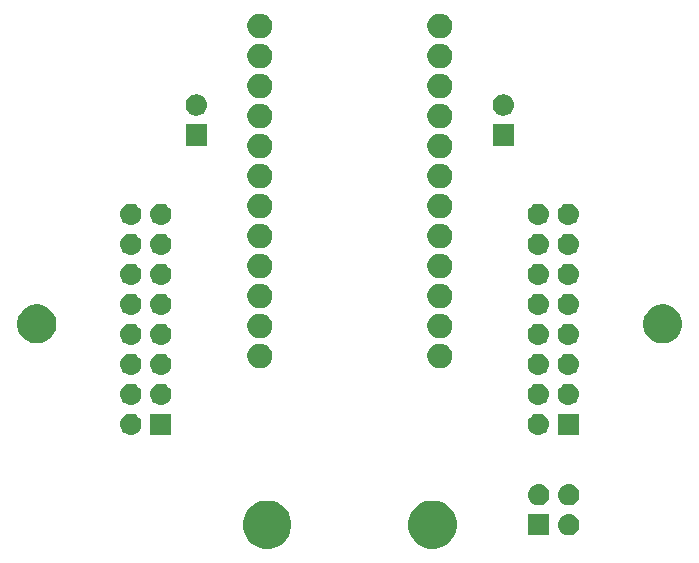
<source format=gts>
G04 #@! TF.GenerationSoftware,KiCad,Pcbnew,(5.1.4)-1*
G04 #@! TF.CreationDate,2021-04-23T00:03:44+10:00*
G04 #@! TF.ProjectId,wheel-hub-io-v1,77686565-6c2d-4687-9562-2d696f2d7631,rev?*
G04 #@! TF.SameCoordinates,Original*
G04 #@! TF.FileFunction,Soldermask,Top*
G04 #@! TF.FilePolarity,Negative*
%FSLAX46Y46*%
G04 Gerber Fmt 4.6, Leading zero omitted, Abs format (unit mm)*
G04 Created by KiCad (PCBNEW (5.1.4)-1) date 2021-04-23 00:03:44*
%MOMM*%
%LPD*%
G04 APERTURE LIST*
%ADD10C,0.100000*%
G04 APERTURE END LIST*
D10*
G36*
X77598254Y-115027818D02*
G01*
X77971511Y-115182426D01*
X77971513Y-115182427D01*
X78219255Y-115347963D01*
X78307436Y-115406884D01*
X78593116Y-115692564D01*
X78817574Y-116028489D01*
X78972182Y-116401746D01*
X79051000Y-116797993D01*
X79051000Y-117202007D01*
X78972182Y-117598254D01*
X78817574Y-117971511D01*
X78817573Y-117971513D01*
X78593116Y-118307436D01*
X78307436Y-118593116D01*
X77971513Y-118817573D01*
X77971512Y-118817574D01*
X77971511Y-118817574D01*
X77598254Y-118972182D01*
X77202007Y-119051000D01*
X76797993Y-119051000D01*
X76401746Y-118972182D01*
X76028489Y-118817574D01*
X76028488Y-118817574D01*
X76028487Y-118817573D01*
X75692564Y-118593116D01*
X75406884Y-118307436D01*
X75182427Y-117971513D01*
X75182426Y-117971511D01*
X75027818Y-117598254D01*
X74949000Y-117202007D01*
X74949000Y-116797993D01*
X75027818Y-116401746D01*
X75182426Y-116028489D01*
X75406884Y-115692564D01*
X75692564Y-115406884D01*
X75780745Y-115347963D01*
X76028487Y-115182427D01*
X76028489Y-115182426D01*
X76401746Y-115027818D01*
X76797993Y-114949000D01*
X77202007Y-114949000D01*
X77598254Y-115027818D01*
X77598254Y-115027818D01*
G37*
G36*
X63598254Y-115027818D02*
G01*
X63971511Y-115182426D01*
X63971513Y-115182427D01*
X64219255Y-115347963D01*
X64307436Y-115406884D01*
X64593116Y-115692564D01*
X64817574Y-116028489D01*
X64972182Y-116401746D01*
X65051000Y-116797993D01*
X65051000Y-117202007D01*
X64972182Y-117598254D01*
X64817574Y-117971511D01*
X64817573Y-117971513D01*
X64593116Y-118307436D01*
X64307436Y-118593116D01*
X63971513Y-118817573D01*
X63971512Y-118817574D01*
X63971511Y-118817574D01*
X63598254Y-118972182D01*
X63202007Y-119051000D01*
X62797993Y-119051000D01*
X62401746Y-118972182D01*
X62028489Y-118817574D01*
X62028488Y-118817574D01*
X62028487Y-118817573D01*
X61692564Y-118593116D01*
X61406884Y-118307436D01*
X61182427Y-117971513D01*
X61182426Y-117971511D01*
X61027818Y-117598254D01*
X60949000Y-117202007D01*
X60949000Y-116797993D01*
X61027818Y-116401746D01*
X61182426Y-116028489D01*
X61406884Y-115692564D01*
X61692564Y-115406884D01*
X61780745Y-115347963D01*
X62028487Y-115182427D01*
X62028489Y-115182426D01*
X62401746Y-115027818D01*
X62797993Y-114949000D01*
X63202007Y-114949000D01*
X63598254Y-115027818D01*
X63598254Y-115027818D01*
G37*
G36*
X86901000Y-117901000D02*
G01*
X85099000Y-117901000D01*
X85099000Y-116099000D01*
X86901000Y-116099000D01*
X86901000Y-117901000D01*
X86901000Y-117901000D01*
G37*
G36*
X88650442Y-116105518D02*
G01*
X88716627Y-116112037D01*
X88886466Y-116163557D01*
X89042991Y-116247222D01*
X89078729Y-116276552D01*
X89180186Y-116359814D01*
X89263448Y-116461271D01*
X89292778Y-116497009D01*
X89376443Y-116653534D01*
X89427963Y-116823373D01*
X89445359Y-117000000D01*
X89427963Y-117176627D01*
X89376443Y-117346466D01*
X89292778Y-117502991D01*
X89263448Y-117538729D01*
X89180186Y-117640186D01*
X89078729Y-117723448D01*
X89042991Y-117752778D01*
X88886466Y-117836443D01*
X88716627Y-117887963D01*
X88650442Y-117894482D01*
X88584260Y-117901000D01*
X88495740Y-117901000D01*
X88429558Y-117894482D01*
X88363373Y-117887963D01*
X88193534Y-117836443D01*
X88037009Y-117752778D01*
X88001271Y-117723448D01*
X87899814Y-117640186D01*
X87816552Y-117538729D01*
X87787222Y-117502991D01*
X87703557Y-117346466D01*
X87652037Y-117176627D01*
X87634641Y-117000000D01*
X87652037Y-116823373D01*
X87703557Y-116653534D01*
X87787222Y-116497009D01*
X87816552Y-116461271D01*
X87899814Y-116359814D01*
X88001271Y-116276552D01*
X88037009Y-116247222D01*
X88193534Y-116163557D01*
X88363373Y-116112037D01*
X88429558Y-116105518D01*
X88495740Y-116099000D01*
X88584260Y-116099000D01*
X88650442Y-116105518D01*
X88650442Y-116105518D01*
G37*
G36*
X86110443Y-113565519D02*
G01*
X86176627Y-113572037D01*
X86346466Y-113623557D01*
X86502991Y-113707222D01*
X86538729Y-113736552D01*
X86640186Y-113819814D01*
X86723448Y-113921271D01*
X86752778Y-113957009D01*
X86836443Y-114113534D01*
X86887963Y-114283373D01*
X86905359Y-114460000D01*
X86887963Y-114636627D01*
X86836443Y-114806466D01*
X86752778Y-114962991D01*
X86723448Y-114998729D01*
X86640186Y-115100186D01*
X86539975Y-115182426D01*
X86502991Y-115212778D01*
X86346466Y-115296443D01*
X86176627Y-115347963D01*
X86110442Y-115354482D01*
X86044260Y-115361000D01*
X85955740Y-115361000D01*
X85889558Y-115354482D01*
X85823373Y-115347963D01*
X85653534Y-115296443D01*
X85497009Y-115212778D01*
X85460025Y-115182426D01*
X85359814Y-115100186D01*
X85276552Y-114998729D01*
X85247222Y-114962991D01*
X85163557Y-114806466D01*
X85112037Y-114636627D01*
X85094641Y-114460000D01*
X85112037Y-114283373D01*
X85163557Y-114113534D01*
X85247222Y-113957009D01*
X85276552Y-113921271D01*
X85359814Y-113819814D01*
X85461271Y-113736552D01*
X85497009Y-113707222D01*
X85653534Y-113623557D01*
X85823373Y-113572037D01*
X85889557Y-113565519D01*
X85955740Y-113559000D01*
X86044260Y-113559000D01*
X86110443Y-113565519D01*
X86110443Y-113565519D01*
G37*
G36*
X88650443Y-113565519D02*
G01*
X88716627Y-113572037D01*
X88886466Y-113623557D01*
X89042991Y-113707222D01*
X89078729Y-113736552D01*
X89180186Y-113819814D01*
X89263448Y-113921271D01*
X89292778Y-113957009D01*
X89376443Y-114113534D01*
X89427963Y-114283373D01*
X89445359Y-114460000D01*
X89427963Y-114636627D01*
X89376443Y-114806466D01*
X89292778Y-114962991D01*
X89263448Y-114998729D01*
X89180186Y-115100186D01*
X89079975Y-115182426D01*
X89042991Y-115212778D01*
X88886466Y-115296443D01*
X88716627Y-115347963D01*
X88650442Y-115354482D01*
X88584260Y-115361000D01*
X88495740Y-115361000D01*
X88429558Y-115354482D01*
X88363373Y-115347963D01*
X88193534Y-115296443D01*
X88037009Y-115212778D01*
X88000025Y-115182426D01*
X87899814Y-115100186D01*
X87816552Y-114998729D01*
X87787222Y-114962991D01*
X87703557Y-114806466D01*
X87652037Y-114636627D01*
X87634641Y-114460000D01*
X87652037Y-114283373D01*
X87703557Y-114113534D01*
X87787222Y-113957009D01*
X87816552Y-113921271D01*
X87899814Y-113819814D01*
X88001271Y-113736552D01*
X88037009Y-113707222D01*
X88193534Y-113623557D01*
X88363373Y-113572037D01*
X88429557Y-113565519D01*
X88495740Y-113559000D01*
X88584260Y-113559000D01*
X88650443Y-113565519D01*
X88650443Y-113565519D01*
G37*
G36*
X51570442Y-107605518D02*
G01*
X51636627Y-107612037D01*
X51806466Y-107663557D01*
X51962991Y-107747222D01*
X51998729Y-107776552D01*
X52100186Y-107859814D01*
X52183448Y-107961271D01*
X52212778Y-107997009D01*
X52296443Y-108153534D01*
X52347963Y-108323373D01*
X52365359Y-108500000D01*
X52347963Y-108676627D01*
X52296443Y-108846466D01*
X52212778Y-109002991D01*
X52183448Y-109038729D01*
X52100186Y-109140186D01*
X51998729Y-109223448D01*
X51962991Y-109252778D01*
X51806466Y-109336443D01*
X51636627Y-109387963D01*
X51570442Y-109394482D01*
X51504260Y-109401000D01*
X51415740Y-109401000D01*
X51349558Y-109394482D01*
X51283373Y-109387963D01*
X51113534Y-109336443D01*
X50957009Y-109252778D01*
X50921271Y-109223448D01*
X50819814Y-109140186D01*
X50736552Y-109038729D01*
X50707222Y-109002991D01*
X50623557Y-108846466D01*
X50572037Y-108676627D01*
X50554641Y-108500000D01*
X50572037Y-108323373D01*
X50623557Y-108153534D01*
X50707222Y-107997009D01*
X50736552Y-107961271D01*
X50819814Y-107859814D01*
X50921271Y-107776552D01*
X50957009Y-107747222D01*
X51113534Y-107663557D01*
X51283373Y-107612037D01*
X51349558Y-107605518D01*
X51415740Y-107599000D01*
X51504260Y-107599000D01*
X51570442Y-107605518D01*
X51570442Y-107605518D01*
G37*
G36*
X86070442Y-107605518D02*
G01*
X86136627Y-107612037D01*
X86306466Y-107663557D01*
X86462991Y-107747222D01*
X86498729Y-107776552D01*
X86600186Y-107859814D01*
X86683448Y-107961271D01*
X86712778Y-107997009D01*
X86796443Y-108153534D01*
X86847963Y-108323373D01*
X86865359Y-108500000D01*
X86847963Y-108676627D01*
X86796443Y-108846466D01*
X86712778Y-109002991D01*
X86683448Y-109038729D01*
X86600186Y-109140186D01*
X86498729Y-109223448D01*
X86462991Y-109252778D01*
X86306466Y-109336443D01*
X86136627Y-109387963D01*
X86070442Y-109394482D01*
X86004260Y-109401000D01*
X85915740Y-109401000D01*
X85849558Y-109394482D01*
X85783373Y-109387963D01*
X85613534Y-109336443D01*
X85457009Y-109252778D01*
X85421271Y-109223448D01*
X85319814Y-109140186D01*
X85236552Y-109038729D01*
X85207222Y-109002991D01*
X85123557Y-108846466D01*
X85072037Y-108676627D01*
X85054641Y-108500000D01*
X85072037Y-108323373D01*
X85123557Y-108153534D01*
X85207222Y-107997009D01*
X85236552Y-107961271D01*
X85319814Y-107859814D01*
X85421271Y-107776552D01*
X85457009Y-107747222D01*
X85613534Y-107663557D01*
X85783373Y-107612037D01*
X85849558Y-107605518D01*
X85915740Y-107599000D01*
X86004260Y-107599000D01*
X86070442Y-107605518D01*
X86070442Y-107605518D01*
G37*
G36*
X89401000Y-109401000D02*
G01*
X87599000Y-109401000D01*
X87599000Y-107599000D01*
X89401000Y-107599000D01*
X89401000Y-109401000D01*
X89401000Y-109401000D01*
G37*
G36*
X54901000Y-109401000D02*
G01*
X53099000Y-109401000D01*
X53099000Y-107599000D01*
X54901000Y-107599000D01*
X54901000Y-109401000D01*
X54901000Y-109401000D01*
G37*
G36*
X88610443Y-105065519D02*
G01*
X88676627Y-105072037D01*
X88846466Y-105123557D01*
X89002991Y-105207222D01*
X89038729Y-105236552D01*
X89140186Y-105319814D01*
X89223448Y-105421271D01*
X89252778Y-105457009D01*
X89336443Y-105613534D01*
X89387963Y-105783373D01*
X89405359Y-105960000D01*
X89387963Y-106136627D01*
X89336443Y-106306466D01*
X89252778Y-106462991D01*
X89223448Y-106498729D01*
X89140186Y-106600186D01*
X89038729Y-106683448D01*
X89002991Y-106712778D01*
X88846466Y-106796443D01*
X88676627Y-106847963D01*
X88610442Y-106854482D01*
X88544260Y-106861000D01*
X88455740Y-106861000D01*
X88389558Y-106854482D01*
X88323373Y-106847963D01*
X88153534Y-106796443D01*
X87997009Y-106712778D01*
X87961271Y-106683448D01*
X87859814Y-106600186D01*
X87776552Y-106498729D01*
X87747222Y-106462991D01*
X87663557Y-106306466D01*
X87612037Y-106136627D01*
X87594641Y-105960000D01*
X87612037Y-105783373D01*
X87663557Y-105613534D01*
X87747222Y-105457009D01*
X87776552Y-105421271D01*
X87859814Y-105319814D01*
X87961271Y-105236552D01*
X87997009Y-105207222D01*
X88153534Y-105123557D01*
X88323373Y-105072037D01*
X88389557Y-105065519D01*
X88455740Y-105059000D01*
X88544260Y-105059000D01*
X88610443Y-105065519D01*
X88610443Y-105065519D01*
G37*
G36*
X86070443Y-105065519D02*
G01*
X86136627Y-105072037D01*
X86306466Y-105123557D01*
X86462991Y-105207222D01*
X86498729Y-105236552D01*
X86600186Y-105319814D01*
X86683448Y-105421271D01*
X86712778Y-105457009D01*
X86796443Y-105613534D01*
X86847963Y-105783373D01*
X86865359Y-105960000D01*
X86847963Y-106136627D01*
X86796443Y-106306466D01*
X86712778Y-106462991D01*
X86683448Y-106498729D01*
X86600186Y-106600186D01*
X86498729Y-106683448D01*
X86462991Y-106712778D01*
X86306466Y-106796443D01*
X86136627Y-106847963D01*
X86070442Y-106854482D01*
X86004260Y-106861000D01*
X85915740Y-106861000D01*
X85849558Y-106854482D01*
X85783373Y-106847963D01*
X85613534Y-106796443D01*
X85457009Y-106712778D01*
X85421271Y-106683448D01*
X85319814Y-106600186D01*
X85236552Y-106498729D01*
X85207222Y-106462991D01*
X85123557Y-106306466D01*
X85072037Y-106136627D01*
X85054641Y-105960000D01*
X85072037Y-105783373D01*
X85123557Y-105613534D01*
X85207222Y-105457009D01*
X85236552Y-105421271D01*
X85319814Y-105319814D01*
X85421271Y-105236552D01*
X85457009Y-105207222D01*
X85613534Y-105123557D01*
X85783373Y-105072037D01*
X85849557Y-105065519D01*
X85915740Y-105059000D01*
X86004260Y-105059000D01*
X86070443Y-105065519D01*
X86070443Y-105065519D01*
G37*
G36*
X51570443Y-105065519D02*
G01*
X51636627Y-105072037D01*
X51806466Y-105123557D01*
X51962991Y-105207222D01*
X51998729Y-105236552D01*
X52100186Y-105319814D01*
X52183448Y-105421271D01*
X52212778Y-105457009D01*
X52296443Y-105613534D01*
X52347963Y-105783373D01*
X52365359Y-105960000D01*
X52347963Y-106136627D01*
X52296443Y-106306466D01*
X52212778Y-106462991D01*
X52183448Y-106498729D01*
X52100186Y-106600186D01*
X51998729Y-106683448D01*
X51962991Y-106712778D01*
X51806466Y-106796443D01*
X51636627Y-106847963D01*
X51570442Y-106854482D01*
X51504260Y-106861000D01*
X51415740Y-106861000D01*
X51349558Y-106854482D01*
X51283373Y-106847963D01*
X51113534Y-106796443D01*
X50957009Y-106712778D01*
X50921271Y-106683448D01*
X50819814Y-106600186D01*
X50736552Y-106498729D01*
X50707222Y-106462991D01*
X50623557Y-106306466D01*
X50572037Y-106136627D01*
X50554641Y-105960000D01*
X50572037Y-105783373D01*
X50623557Y-105613534D01*
X50707222Y-105457009D01*
X50736552Y-105421271D01*
X50819814Y-105319814D01*
X50921271Y-105236552D01*
X50957009Y-105207222D01*
X51113534Y-105123557D01*
X51283373Y-105072037D01*
X51349557Y-105065519D01*
X51415740Y-105059000D01*
X51504260Y-105059000D01*
X51570443Y-105065519D01*
X51570443Y-105065519D01*
G37*
G36*
X54110443Y-105065519D02*
G01*
X54176627Y-105072037D01*
X54346466Y-105123557D01*
X54502991Y-105207222D01*
X54538729Y-105236552D01*
X54640186Y-105319814D01*
X54723448Y-105421271D01*
X54752778Y-105457009D01*
X54836443Y-105613534D01*
X54887963Y-105783373D01*
X54905359Y-105960000D01*
X54887963Y-106136627D01*
X54836443Y-106306466D01*
X54752778Y-106462991D01*
X54723448Y-106498729D01*
X54640186Y-106600186D01*
X54538729Y-106683448D01*
X54502991Y-106712778D01*
X54346466Y-106796443D01*
X54176627Y-106847963D01*
X54110442Y-106854482D01*
X54044260Y-106861000D01*
X53955740Y-106861000D01*
X53889558Y-106854482D01*
X53823373Y-106847963D01*
X53653534Y-106796443D01*
X53497009Y-106712778D01*
X53461271Y-106683448D01*
X53359814Y-106600186D01*
X53276552Y-106498729D01*
X53247222Y-106462991D01*
X53163557Y-106306466D01*
X53112037Y-106136627D01*
X53094641Y-105960000D01*
X53112037Y-105783373D01*
X53163557Y-105613534D01*
X53247222Y-105457009D01*
X53276552Y-105421271D01*
X53359814Y-105319814D01*
X53461271Y-105236552D01*
X53497009Y-105207222D01*
X53653534Y-105123557D01*
X53823373Y-105072037D01*
X53889557Y-105065519D01*
X53955740Y-105059000D01*
X54044260Y-105059000D01*
X54110443Y-105065519D01*
X54110443Y-105065519D01*
G37*
G36*
X54110442Y-102525518D02*
G01*
X54176627Y-102532037D01*
X54346466Y-102583557D01*
X54502991Y-102667222D01*
X54538729Y-102696552D01*
X54640186Y-102779814D01*
X54723448Y-102881271D01*
X54752778Y-102917009D01*
X54836443Y-103073534D01*
X54887963Y-103243373D01*
X54905359Y-103420000D01*
X54887963Y-103596627D01*
X54836443Y-103766466D01*
X54752778Y-103922991D01*
X54723448Y-103958729D01*
X54640186Y-104060186D01*
X54538729Y-104143448D01*
X54502991Y-104172778D01*
X54346466Y-104256443D01*
X54176627Y-104307963D01*
X54110443Y-104314481D01*
X54044260Y-104321000D01*
X53955740Y-104321000D01*
X53889558Y-104314482D01*
X53823373Y-104307963D01*
X53653534Y-104256443D01*
X53497009Y-104172778D01*
X53461271Y-104143448D01*
X53359814Y-104060186D01*
X53276552Y-103958729D01*
X53247222Y-103922991D01*
X53163557Y-103766466D01*
X53112037Y-103596627D01*
X53094641Y-103420000D01*
X53112037Y-103243373D01*
X53163557Y-103073534D01*
X53247222Y-102917009D01*
X53276552Y-102881271D01*
X53359814Y-102779814D01*
X53461271Y-102696552D01*
X53497009Y-102667222D01*
X53653534Y-102583557D01*
X53823373Y-102532037D01*
X53889558Y-102525518D01*
X53955740Y-102519000D01*
X54044260Y-102519000D01*
X54110442Y-102525518D01*
X54110442Y-102525518D01*
G37*
G36*
X51570442Y-102525518D02*
G01*
X51636627Y-102532037D01*
X51806466Y-102583557D01*
X51962991Y-102667222D01*
X51998729Y-102696552D01*
X52100186Y-102779814D01*
X52183448Y-102881271D01*
X52212778Y-102917009D01*
X52296443Y-103073534D01*
X52347963Y-103243373D01*
X52365359Y-103420000D01*
X52347963Y-103596627D01*
X52296443Y-103766466D01*
X52212778Y-103922991D01*
X52183448Y-103958729D01*
X52100186Y-104060186D01*
X51998729Y-104143448D01*
X51962991Y-104172778D01*
X51806466Y-104256443D01*
X51636627Y-104307963D01*
X51570443Y-104314481D01*
X51504260Y-104321000D01*
X51415740Y-104321000D01*
X51349558Y-104314482D01*
X51283373Y-104307963D01*
X51113534Y-104256443D01*
X50957009Y-104172778D01*
X50921271Y-104143448D01*
X50819814Y-104060186D01*
X50736552Y-103958729D01*
X50707222Y-103922991D01*
X50623557Y-103766466D01*
X50572037Y-103596627D01*
X50554641Y-103420000D01*
X50572037Y-103243373D01*
X50623557Y-103073534D01*
X50707222Y-102917009D01*
X50736552Y-102881271D01*
X50819814Y-102779814D01*
X50921271Y-102696552D01*
X50957009Y-102667222D01*
X51113534Y-102583557D01*
X51283373Y-102532037D01*
X51349558Y-102525518D01*
X51415740Y-102519000D01*
X51504260Y-102519000D01*
X51570442Y-102525518D01*
X51570442Y-102525518D01*
G37*
G36*
X88610442Y-102525518D02*
G01*
X88676627Y-102532037D01*
X88846466Y-102583557D01*
X89002991Y-102667222D01*
X89038729Y-102696552D01*
X89140186Y-102779814D01*
X89223448Y-102881271D01*
X89252778Y-102917009D01*
X89336443Y-103073534D01*
X89387963Y-103243373D01*
X89405359Y-103420000D01*
X89387963Y-103596627D01*
X89336443Y-103766466D01*
X89252778Y-103922991D01*
X89223448Y-103958729D01*
X89140186Y-104060186D01*
X89038729Y-104143448D01*
X89002991Y-104172778D01*
X88846466Y-104256443D01*
X88676627Y-104307963D01*
X88610443Y-104314481D01*
X88544260Y-104321000D01*
X88455740Y-104321000D01*
X88389558Y-104314482D01*
X88323373Y-104307963D01*
X88153534Y-104256443D01*
X87997009Y-104172778D01*
X87961271Y-104143448D01*
X87859814Y-104060186D01*
X87776552Y-103958729D01*
X87747222Y-103922991D01*
X87663557Y-103766466D01*
X87612037Y-103596627D01*
X87594641Y-103420000D01*
X87612037Y-103243373D01*
X87663557Y-103073534D01*
X87747222Y-102917009D01*
X87776552Y-102881271D01*
X87859814Y-102779814D01*
X87961271Y-102696552D01*
X87997009Y-102667222D01*
X88153534Y-102583557D01*
X88323373Y-102532037D01*
X88389558Y-102525518D01*
X88455740Y-102519000D01*
X88544260Y-102519000D01*
X88610442Y-102525518D01*
X88610442Y-102525518D01*
G37*
G36*
X86070442Y-102525518D02*
G01*
X86136627Y-102532037D01*
X86306466Y-102583557D01*
X86462991Y-102667222D01*
X86498729Y-102696552D01*
X86600186Y-102779814D01*
X86683448Y-102881271D01*
X86712778Y-102917009D01*
X86796443Y-103073534D01*
X86847963Y-103243373D01*
X86865359Y-103420000D01*
X86847963Y-103596627D01*
X86796443Y-103766466D01*
X86712778Y-103922991D01*
X86683448Y-103958729D01*
X86600186Y-104060186D01*
X86498729Y-104143448D01*
X86462991Y-104172778D01*
X86306466Y-104256443D01*
X86136627Y-104307963D01*
X86070443Y-104314481D01*
X86004260Y-104321000D01*
X85915740Y-104321000D01*
X85849558Y-104314482D01*
X85783373Y-104307963D01*
X85613534Y-104256443D01*
X85457009Y-104172778D01*
X85421271Y-104143448D01*
X85319814Y-104060186D01*
X85236552Y-103958729D01*
X85207222Y-103922991D01*
X85123557Y-103766466D01*
X85072037Y-103596627D01*
X85054641Y-103420000D01*
X85072037Y-103243373D01*
X85123557Y-103073534D01*
X85207222Y-102917009D01*
X85236552Y-102881271D01*
X85319814Y-102779814D01*
X85421271Y-102696552D01*
X85457009Y-102667222D01*
X85613534Y-102583557D01*
X85783373Y-102532037D01*
X85849558Y-102525518D01*
X85915740Y-102519000D01*
X86004260Y-102519000D01*
X86070442Y-102525518D01*
X86070442Y-102525518D01*
G37*
G36*
X62683765Y-101698620D02*
G01*
X62873288Y-101777123D01*
X63043854Y-101891092D01*
X63188908Y-102036146D01*
X63188909Y-102036148D01*
X63302878Y-102206714D01*
X63381380Y-102396235D01*
X63418641Y-102583557D01*
X63421400Y-102597431D01*
X63421400Y-102802569D01*
X63381380Y-103003765D01*
X63302877Y-103193288D01*
X63188908Y-103363854D01*
X63043854Y-103508908D01*
X62873288Y-103622877D01*
X62873287Y-103622878D01*
X62873286Y-103622878D01*
X62683765Y-103701380D01*
X62482570Y-103741400D01*
X62277430Y-103741400D01*
X62076235Y-103701380D01*
X61886714Y-103622878D01*
X61886713Y-103622878D01*
X61886712Y-103622877D01*
X61716146Y-103508908D01*
X61571092Y-103363854D01*
X61457123Y-103193288D01*
X61378620Y-103003765D01*
X61338600Y-102802569D01*
X61338600Y-102597431D01*
X61341360Y-102583557D01*
X61378620Y-102396235D01*
X61457122Y-102206714D01*
X61571091Y-102036148D01*
X61571092Y-102036146D01*
X61716146Y-101891092D01*
X61886712Y-101777123D01*
X62076235Y-101698620D01*
X62277430Y-101658600D01*
X62482570Y-101658600D01*
X62683765Y-101698620D01*
X62683765Y-101698620D01*
G37*
G36*
X77923765Y-101698620D02*
G01*
X78113288Y-101777123D01*
X78283854Y-101891092D01*
X78428908Y-102036146D01*
X78428909Y-102036148D01*
X78542878Y-102206714D01*
X78621380Y-102396235D01*
X78658641Y-102583557D01*
X78661400Y-102597431D01*
X78661400Y-102802569D01*
X78621380Y-103003765D01*
X78542877Y-103193288D01*
X78428908Y-103363854D01*
X78283854Y-103508908D01*
X78113288Y-103622877D01*
X78113287Y-103622878D01*
X78113286Y-103622878D01*
X77923765Y-103701380D01*
X77722570Y-103741400D01*
X77517430Y-103741400D01*
X77316235Y-103701380D01*
X77126714Y-103622878D01*
X77126713Y-103622878D01*
X77126712Y-103622877D01*
X76956146Y-103508908D01*
X76811092Y-103363854D01*
X76697123Y-103193288D01*
X76618620Y-103003765D01*
X76578600Y-102802569D01*
X76578600Y-102597431D01*
X76581360Y-102583557D01*
X76618620Y-102396235D01*
X76697122Y-102206714D01*
X76811091Y-102036148D01*
X76811092Y-102036146D01*
X76956146Y-101891092D01*
X77126712Y-101777123D01*
X77316235Y-101698620D01*
X77517430Y-101658600D01*
X77722570Y-101658600D01*
X77923765Y-101698620D01*
X77923765Y-101698620D01*
G37*
G36*
X51570443Y-99985519D02*
G01*
X51636627Y-99992037D01*
X51806466Y-100043557D01*
X51962991Y-100127222D01*
X51998729Y-100156552D01*
X52100186Y-100239814D01*
X52183448Y-100341271D01*
X52212778Y-100377009D01*
X52296443Y-100533534D01*
X52347963Y-100703373D01*
X52365359Y-100880000D01*
X52347963Y-101056627D01*
X52296443Y-101226466D01*
X52212778Y-101382991D01*
X52183448Y-101418729D01*
X52100186Y-101520186D01*
X51998729Y-101603448D01*
X51962991Y-101632778D01*
X51806466Y-101716443D01*
X51636627Y-101767963D01*
X51570442Y-101774482D01*
X51504260Y-101781000D01*
X51415740Y-101781000D01*
X51349558Y-101774482D01*
X51283373Y-101767963D01*
X51113534Y-101716443D01*
X50957009Y-101632778D01*
X50921271Y-101603448D01*
X50819814Y-101520186D01*
X50736552Y-101418729D01*
X50707222Y-101382991D01*
X50623557Y-101226466D01*
X50572037Y-101056627D01*
X50554641Y-100880000D01*
X50572037Y-100703373D01*
X50623557Y-100533534D01*
X50707222Y-100377009D01*
X50736552Y-100341271D01*
X50819814Y-100239814D01*
X50921271Y-100156552D01*
X50957009Y-100127222D01*
X51113534Y-100043557D01*
X51283373Y-99992037D01*
X51349557Y-99985519D01*
X51415740Y-99979000D01*
X51504260Y-99979000D01*
X51570443Y-99985519D01*
X51570443Y-99985519D01*
G37*
G36*
X88610443Y-99985519D02*
G01*
X88676627Y-99992037D01*
X88846466Y-100043557D01*
X89002991Y-100127222D01*
X89038729Y-100156552D01*
X89140186Y-100239814D01*
X89223448Y-100341271D01*
X89252778Y-100377009D01*
X89336443Y-100533534D01*
X89387963Y-100703373D01*
X89405359Y-100880000D01*
X89387963Y-101056627D01*
X89336443Y-101226466D01*
X89252778Y-101382991D01*
X89223448Y-101418729D01*
X89140186Y-101520186D01*
X89038729Y-101603448D01*
X89002991Y-101632778D01*
X88846466Y-101716443D01*
X88676627Y-101767963D01*
X88610442Y-101774482D01*
X88544260Y-101781000D01*
X88455740Y-101781000D01*
X88389558Y-101774482D01*
X88323373Y-101767963D01*
X88153534Y-101716443D01*
X87997009Y-101632778D01*
X87961271Y-101603448D01*
X87859814Y-101520186D01*
X87776552Y-101418729D01*
X87747222Y-101382991D01*
X87663557Y-101226466D01*
X87612037Y-101056627D01*
X87594641Y-100880000D01*
X87612037Y-100703373D01*
X87663557Y-100533534D01*
X87747222Y-100377009D01*
X87776552Y-100341271D01*
X87859814Y-100239814D01*
X87961271Y-100156552D01*
X87997009Y-100127222D01*
X88153534Y-100043557D01*
X88323373Y-99992037D01*
X88389558Y-99985518D01*
X88455740Y-99979000D01*
X88544260Y-99979000D01*
X88610443Y-99985519D01*
X88610443Y-99985519D01*
G37*
G36*
X86070443Y-99985519D02*
G01*
X86136627Y-99992037D01*
X86306466Y-100043557D01*
X86462991Y-100127222D01*
X86498729Y-100156552D01*
X86600186Y-100239814D01*
X86683448Y-100341271D01*
X86712778Y-100377009D01*
X86796443Y-100533534D01*
X86847963Y-100703373D01*
X86865359Y-100880000D01*
X86847963Y-101056627D01*
X86796443Y-101226466D01*
X86712778Y-101382991D01*
X86683448Y-101418729D01*
X86600186Y-101520186D01*
X86498729Y-101603448D01*
X86462991Y-101632778D01*
X86306466Y-101716443D01*
X86136627Y-101767963D01*
X86070442Y-101774482D01*
X86004260Y-101781000D01*
X85915740Y-101781000D01*
X85849558Y-101774482D01*
X85783373Y-101767963D01*
X85613534Y-101716443D01*
X85457009Y-101632778D01*
X85421271Y-101603448D01*
X85319814Y-101520186D01*
X85236552Y-101418729D01*
X85207222Y-101382991D01*
X85123557Y-101226466D01*
X85072037Y-101056627D01*
X85054641Y-100880000D01*
X85072037Y-100703373D01*
X85123557Y-100533534D01*
X85207222Y-100377009D01*
X85236552Y-100341271D01*
X85319814Y-100239814D01*
X85421271Y-100156552D01*
X85457009Y-100127222D01*
X85613534Y-100043557D01*
X85783373Y-99992037D01*
X85849558Y-99985518D01*
X85915740Y-99979000D01*
X86004260Y-99979000D01*
X86070443Y-99985519D01*
X86070443Y-99985519D01*
G37*
G36*
X54110443Y-99985519D02*
G01*
X54176627Y-99992037D01*
X54346466Y-100043557D01*
X54502991Y-100127222D01*
X54538729Y-100156552D01*
X54640186Y-100239814D01*
X54723448Y-100341271D01*
X54752778Y-100377009D01*
X54836443Y-100533534D01*
X54887963Y-100703373D01*
X54905359Y-100880000D01*
X54887963Y-101056627D01*
X54836443Y-101226466D01*
X54752778Y-101382991D01*
X54723448Y-101418729D01*
X54640186Y-101520186D01*
X54538729Y-101603448D01*
X54502991Y-101632778D01*
X54346466Y-101716443D01*
X54176627Y-101767963D01*
X54110442Y-101774482D01*
X54044260Y-101781000D01*
X53955740Y-101781000D01*
X53889558Y-101774482D01*
X53823373Y-101767963D01*
X53653534Y-101716443D01*
X53497009Y-101632778D01*
X53461271Y-101603448D01*
X53359814Y-101520186D01*
X53276552Y-101418729D01*
X53247222Y-101382991D01*
X53163557Y-101226466D01*
X53112037Y-101056627D01*
X53094641Y-100880000D01*
X53112037Y-100703373D01*
X53163557Y-100533534D01*
X53247222Y-100377009D01*
X53276552Y-100341271D01*
X53359814Y-100239814D01*
X53461271Y-100156552D01*
X53497009Y-100127222D01*
X53653534Y-100043557D01*
X53823373Y-99992037D01*
X53889557Y-99985519D01*
X53955740Y-99979000D01*
X54044260Y-99979000D01*
X54110443Y-99985519D01*
X54110443Y-99985519D01*
G37*
G36*
X96875256Y-98391298D02*
G01*
X96981579Y-98412447D01*
X97194037Y-98500450D01*
X97233092Y-98516627D01*
X97282042Y-98536903D01*
X97552451Y-98717585D01*
X97782415Y-98947549D01*
X97935357Y-99176443D01*
X97963098Y-99217960D01*
X97972641Y-99241000D01*
X98087553Y-99518421D01*
X98151000Y-99837391D01*
X98151000Y-100162609D01*
X98087553Y-100481579D01*
X97963097Y-100782042D01*
X97782415Y-101052451D01*
X97552451Y-101282415D01*
X97282042Y-101463097D01*
X96981579Y-101587553D01*
X96875256Y-101608702D01*
X96662611Y-101651000D01*
X96337389Y-101651000D01*
X96124744Y-101608702D01*
X96018421Y-101587553D01*
X95717958Y-101463097D01*
X95447549Y-101282415D01*
X95217585Y-101052451D01*
X95036903Y-100782042D01*
X94912447Y-100481579D01*
X94849000Y-100162609D01*
X94849000Y-99837391D01*
X94912447Y-99518421D01*
X95027359Y-99241000D01*
X95036902Y-99217960D01*
X95064643Y-99176443D01*
X95217585Y-98947549D01*
X95447549Y-98717585D01*
X95717958Y-98536903D01*
X95766909Y-98516627D01*
X95805963Y-98500450D01*
X96018421Y-98412447D01*
X96124744Y-98391298D01*
X96337389Y-98349000D01*
X96662611Y-98349000D01*
X96875256Y-98391298D01*
X96875256Y-98391298D01*
G37*
G36*
X43875256Y-98391298D02*
G01*
X43981579Y-98412447D01*
X44194037Y-98500450D01*
X44233092Y-98516627D01*
X44282042Y-98536903D01*
X44552451Y-98717585D01*
X44782415Y-98947549D01*
X44935357Y-99176443D01*
X44963098Y-99217960D01*
X44972641Y-99241000D01*
X45087553Y-99518421D01*
X45151000Y-99837391D01*
X45151000Y-100162609D01*
X45087553Y-100481579D01*
X44963097Y-100782042D01*
X44782415Y-101052451D01*
X44552451Y-101282415D01*
X44282042Y-101463097D01*
X43981579Y-101587553D01*
X43875256Y-101608702D01*
X43662611Y-101651000D01*
X43337389Y-101651000D01*
X43124744Y-101608702D01*
X43018421Y-101587553D01*
X42717958Y-101463097D01*
X42447549Y-101282415D01*
X42217585Y-101052451D01*
X42036903Y-100782042D01*
X41912447Y-100481579D01*
X41849000Y-100162609D01*
X41849000Y-99837391D01*
X41912447Y-99518421D01*
X42027359Y-99241000D01*
X42036902Y-99217960D01*
X42064643Y-99176443D01*
X42217585Y-98947549D01*
X42447549Y-98717585D01*
X42717958Y-98536903D01*
X42766909Y-98516627D01*
X42805963Y-98500450D01*
X43018421Y-98412447D01*
X43124744Y-98391298D01*
X43337389Y-98349000D01*
X43662611Y-98349000D01*
X43875256Y-98391298D01*
X43875256Y-98391298D01*
G37*
G36*
X77923765Y-99158620D02*
G01*
X78067025Y-99217960D01*
X78113288Y-99237123D01*
X78283854Y-99351092D01*
X78428908Y-99496146D01*
X78443792Y-99518422D01*
X78542878Y-99666714D01*
X78621380Y-99856235D01*
X78658641Y-100043557D01*
X78661400Y-100057431D01*
X78661400Y-100262569D01*
X78621380Y-100463765D01*
X78542877Y-100653288D01*
X78428908Y-100823854D01*
X78283854Y-100968908D01*
X78113288Y-101082877D01*
X78113287Y-101082878D01*
X78113286Y-101082878D01*
X77923765Y-101161380D01*
X77722570Y-101201400D01*
X77517430Y-101201400D01*
X77316235Y-101161380D01*
X77126714Y-101082878D01*
X77126713Y-101082878D01*
X77126712Y-101082877D01*
X76956146Y-100968908D01*
X76811092Y-100823854D01*
X76697123Y-100653288D01*
X76618620Y-100463765D01*
X76578600Y-100262569D01*
X76578600Y-100057431D01*
X76581360Y-100043557D01*
X76618620Y-99856235D01*
X76697122Y-99666714D01*
X76796208Y-99518422D01*
X76811092Y-99496146D01*
X76956146Y-99351092D01*
X77126712Y-99237123D01*
X77172976Y-99217960D01*
X77316235Y-99158620D01*
X77517430Y-99118600D01*
X77722570Y-99118600D01*
X77923765Y-99158620D01*
X77923765Y-99158620D01*
G37*
G36*
X62683765Y-99158620D02*
G01*
X62827025Y-99217960D01*
X62873288Y-99237123D01*
X63043854Y-99351092D01*
X63188908Y-99496146D01*
X63203792Y-99518422D01*
X63302878Y-99666714D01*
X63381380Y-99856235D01*
X63418641Y-100043557D01*
X63421400Y-100057431D01*
X63421400Y-100262569D01*
X63381380Y-100463765D01*
X63302877Y-100653288D01*
X63188908Y-100823854D01*
X63043854Y-100968908D01*
X62873288Y-101082877D01*
X62873287Y-101082878D01*
X62873286Y-101082878D01*
X62683765Y-101161380D01*
X62482570Y-101201400D01*
X62277430Y-101201400D01*
X62076235Y-101161380D01*
X61886714Y-101082878D01*
X61886713Y-101082878D01*
X61886712Y-101082877D01*
X61716146Y-100968908D01*
X61571092Y-100823854D01*
X61457123Y-100653288D01*
X61378620Y-100463765D01*
X61338600Y-100262569D01*
X61338600Y-100057431D01*
X61341360Y-100043557D01*
X61378620Y-99856235D01*
X61457122Y-99666714D01*
X61556208Y-99518422D01*
X61571092Y-99496146D01*
X61716146Y-99351092D01*
X61886712Y-99237123D01*
X61932976Y-99217960D01*
X62076235Y-99158620D01*
X62277430Y-99118600D01*
X62482570Y-99118600D01*
X62683765Y-99158620D01*
X62683765Y-99158620D01*
G37*
G36*
X51570442Y-97445518D02*
G01*
X51636627Y-97452037D01*
X51806466Y-97503557D01*
X51962991Y-97587222D01*
X51998729Y-97616552D01*
X52100186Y-97699814D01*
X52183448Y-97801271D01*
X52212778Y-97837009D01*
X52296443Y-97993534D01*
X52347963Y-98163373D01*
X52365359Y-98340000D01*
X52347963Y-98516627D01*
X52296443Y-98686466D01*
X52212778Y-98842991D01*
X52183448Y-98878729D01*
X52100186Y-98980186D01*
X51998729Y-99063448D01*
X51962991Y-99092778D01*
X51806466Y-99176443D01*
X51636627Y-99227963D01*
X51570443Y-99234481D01*
X51504260Y-99241000D01*
X51415740Y-99241000D01*
X51349557Y-99234481D01*
X51283373Y-99227963D01*
X51113534Y-99176443D01*
X50957009Y-99092778D01*
X50921271Y-99063448D01*
X50819814Y-98980186D01*
X50736552Y-98878729D01*
X50707222Y-98842991D01*
X50623557Y-98686466D01*
X50572037Y-98516627D01*
X50554641Y-98340000D01*
X50572037Y-98163373D01*
X50623557Y-97993534D01*
X50707222Y-97837009D01*
X50736552Y-97801271D01*
X50819814Y-97699814D01*
X50921271Y-97616552D01*
X50957009Y-97587222D01*
X51113534Y-97503557D01*
X51283373Y-97452037D01*
X51349558Y-97445518D01*
X51415740Y-97439000D01*
X51504260Y-97439000D01*
X51570442Y-97445518D01*
X51570442Y-97445518D01*
G37*
G36*
X54110442Y-97445518D02*
G01*
X54176627Y-97452037D01*
X54346466Y-97503557D01*
X54502991Y-97587222D01*
X54538729Y-97616552D01*
X54640186Y-97699814D01*
X54723448Y-97801271D01*
X54752778Y-97837009D01*
X54836443Y-97993534D01*
X54887963Y-98163373D01*
X54905359Y-98340000D01*
X54887963Y-98516627D01*
X54836443Y-98686466D01*
X54752778Y-98842991D01*
X54723448Y-98878729D01*
X54640186Y-98980186D01*
X54538729Y-99063448D01*
X54502991Y-99092778D01*
X54346466Y-99176443D01*
X54176627Y-99227963D01*
X54110443Y-99234481D01*
X54044260Y-99241000D01*
X53955740Y-99241000D01*
X53889557Y-99234481D01*
X53823373Y-99227963D01*
X53653534Y-99176443D01*
X53497009Y-99092778D01*
X53461271Y-99063448D01*
X53359814Y-98980186D01*
X53276552Y-98878729D01*
X53247222Y-98842991D01*
X53163557Y-98686466D01*
X53112037Y-98516627D01*
X53094641Y-98340000D01*
X53112037Y-98163373D01*
X53163557Y-97993534D01*
X53247222Y-97837009D01*
X53276552Y-97801271D01*
X53359814Y-97699814D01*
X53461271Y-97616552D01*
X53497009Y-97587222D01*
X53653534Y-97503557D01*
X53823373Y-97452037D01*
X53889558Y-97445518D01*
X53955740Y-97439000D01*
X54044260Y-97439000D01*
X54110442Y-97445518D01*
X54110442Y-97445518D01*
G37*
G36*
X86070442Y-97445518D02*
G01*
X86136627Y-97452037D01*
X86306466Y-97503557D01*
X86462991Y-97587222D01*
X86498729Y-97616552D01*
X86600186Y-97699814D01*
X86683448Y-97801271D01*
X86712778Y-97837009D01*
X86796443Y-97993534D01*
X86847963Y-98163373D01*
X86865359Y-98340000D01*
X86847963Y-98516627D01*
X86796443Y-98686466D01*
X86712778Y-98842991D01*
X86683448Y-98878729D01*
X86600186Y-98980186D01*
X86498729Y-99063448D01*
X86462991Y-99092778D01*
X86306466Y-99176443D01*
X86136627Y-99227963D01*
X86070443Y-99234481D01*
X86004260Y-99241000D01*
X85915740Y-99241000D01*
X85849557Y-99234481D01*
X85783373Y-99227963D01*
X85613534Y-99176443D01*
X85457009Y-99092778D01*
X85421271Y-99063448D01*
X85319814Y-98980186D01*
X85236552Y-98878729D01*
X85207222Y-98842991D01*
X85123557Y-98686466D01*
X85072037Y-98516627D01*
X85054641Y-98340000D01*
X85072037Y-98163373D01*
X85123557Y-97993534D01*
X85207222Y-97837009D01*
X85236552Y-97801271D01*
X85319814Y-97699814D01*
X85421271Y-97616552D01*
X85457009Y-97587222D01*
X85613534Y-97503557D01*
X85783373Y-97452037D01*
X85849557Y-97445519D01*
X85915740Y-97439000D01*
X86004260Y-97439000D01*
X86070442Y-97445518D01*
X86070442Y-97445518D01*
G37*
G36*
X88610442Y-97445518D02*
G01*
X88676627Y-97452037D01*
X88846466Y-97503557D01*
X89002991Y-97587222D01*
X89038729Y-97616552D01*
X89140186Y-97699814D01*
X89223448Y-97801271D01*
X89252778Y-97837009D01*
X89336443Y-97993534D01*
X89387963Y-98163373D01*
X89405359Y-98340000D01*
X89387963Y-98516627D01*
X89336443Y-98686466D01*
X89252778Y-98842991D01*
X89223448Y-98878729D01*
X89140186Y-98980186D01*
X89038729Y-99063448D01*
X89002991Y-99092778D01*
X88846466Y-99176443D01*
X88676627Y-99227963D01*
X88610443Y-99234481D01*
X88544260Y-99241000D01*
X88455740Y-99241000D01*
X88389557Y-99234481D01*
X88323373Y-99227963D01*
X88153534Y-99176443D01*
X87997009Y-99092778D01*
X87961271Y-99063448D01*
X87859814Y-98980186D01*
X87776552Y-98878729D01*
X87747222Y-98842991D01*
X87663557Y-98686466D01*
X87612037Y-98516627D01*
X87594641Y-98340000D01*
X87612037Y-98163373D01*
X87663557Y-97993534D01*
X87747222Y-97837009D01*
X87776552Y-97801271D01*
X87859814Y-97699814D01*
X87961271Y-97616552D01*
X87997009Y-97587222D01*
X88153534Y-97503557D01*
X88323373Y-97452037D01*
X88389557Y-97445519D01*
X88455740Y-97439000D01*
X88544260Y-97439000D01*
X88610442Y-97445518D01*
X88610442Y-97445518D01*
G37*
G36*
X62683765Y-96618620D02*
G01*
X62873288Y-96697123D01*
X63043854Y-96811092D01*
X63188908Y-96956146D01*
X63188909Y-96956148D01*
X63302878Y-97126714D01*
X63381380Y-97316235D01*
X63418641Y-97503557D01*
X63421400Y-97517431D01*
X63421400Y-97722569D01*
X63381380Y-97923765D01*
X63302877Y-98113288D01*
X63188908Y-98283854D01*
X63043854Y-98428908D01*
X62873288Y-98542877D01*
X62873287Y-98542878D01*
X62873286Y-98542878D01*
X62683765Y-98621380D01*
X62482570Y-98661400D01*
X62277430Y-98661400D01*
X62076235Y-98621380D01*
X61886714Y-98542878D01*
X61886713Y-98542878D01*
X61886712Y-98542877D01*
X61716146Y-98428908D01*
X61571092Y-98283854D01*
X61457123Y-98113288D01*
X61378620Y-97923765D01*
X61338600Y-97722569D01*
X61338600Y-97517431D01*
X61341360Y-97503557D01*
X61378620Y-97316235D01*
X61457122Y-97126714D01*
X61571091Y-96956148D01*
X61571092Y-96956146D01*
X61716146Y-96811092D01*
X61886712Y-96697123D01*
X62076235Y-96618620D01*
X62277430Y-96578600D01*
X62482570Y-96578600D01*
X62683765Y-96618620D01*
X62683765Y-96618620D01*
G37*
G36*
X77923765Y-96618620D02*
G01*
X78113288Y-96697123D01*
X78283854Y-96811092D01*
X78428908Y-96956146D01*
X78428909Y-96956148D01*
X78542878Y-97126714D01*
X78621380Y-97316235D01*
X78658641Y-97503557D01*
X78661400Y-97517431D01*
X78661400Y-97722569D01*
X78621380Y-97923765D01*
X78542877Y-98113288D01*
X78428908Y-98283854D01*
X78283854Y-98428908D01*
X78113288Y-98542877D01*
X78113287Y-98542878D01*
X78113286Y-98542878D01*
X77923765Y-98621380D01*
X77722570Y-98661400D01*
X77517430Y-98661400D01*
X77316235Y-98621380D01*
X77126714Y-98542878D01*
X77126713Y-98542878D01*
X77126712Y-98542877D01*
X76956146Y-98428908D01*
X76811092Y-98283854D01*
X76697123Y-98113288D01*
X76618620Y-97923765D01*
X76578600Y-97722569D01*
X76578600Y-97517431D01*
X76581360Y-97503557D01*
X76618620Y-97316235D01*
X76697122Y-97126714D01*
X76811091Y-96956148D01*
X76811092Y-96956146D01*
X76956146Y-96811092D01*
X77126712Y-96697123D01*
X77316235Y-96618620D01*
X77517430Y-96578600D01*
X77722570Y-96578600D01*
X77923765Y-96618620D01*
X77923765Y-96618620D01*
G37*
G36*
X51570443Y-94905519D02*
G01*
X51636627Y-94912037D01*
X51806466Y-94963557D01*
X51962991Y-95047222D01*
X51998729Y-95076552D01*
X52100186Y-95159814D01*
X52183448Y-95261271D01*
X52212778Y-95297009D01*
X52296443Y-95453534D01*
X52347963Y-95623373D01*
X52365359Y-95800000D01*
X52347963Y-95976627D01*
X52296443Y-96146466D01*
X52212778Y-96302991D01*
X52183448Y-96338729D01*
X52100186Y-96440186D01*
X51998729Y-96523448D01*
X51962991Y-96552778D01*
X51806466Y-96636443D01*
X51636627Y-96687963D01*
X51570442Y-96694482D01*
X51504260Y-96701000D01*
X51415740Y-96701000D01*
X51349558Y-96694482D01*
X51283373Y-96687963D01*
X51113534Y-96636443D01*
X50957009Y-96552778D01*
X50921271Y-96523448D01*
X50819814Y-96440186D01*
X50736552Y-96338729D01*
X50707222Y-96302991D01*
X50623557Y-96146466D01*
X50572037Y-95976627D01*
X50554641Y-95800000D01*
X50572037Y-95623373D01*
X50623557Y-95453534D01*
X50707222Y-95297009D01*
X50736552Y-95261271D01*
X50819814Y-95159814D01*
X50921271Y-95076552D01*
X50957009Y-95047222D01*
X51113534Y-94963557D01*
X51283373Y-94912037D01*
X51349557Y-94905519D01*
X51415740Y-94899000D01*
X51504260Y-94899000D01*
X51570443Y-94905519D01*
X51570443Y-94905519D01*
G37*
G36*
X86070443Y-94905519D02*
G01*
X86136627Y-94912037D01*
X86306466Y-94963557D01*
X86462991Y-95047222D01*
X86498729Y-95076552D01*
X86600186Y-95159814D01*
X86683448Y-95261271D01*
X86712778Y-95297009D01*
X86796443Y-95453534D01*
X86847963Y-95623373D01*
X86865359Y-95800000D01*
X86847963Y-95976627D01*
X86796443Y-96146466D01*
X86712778Y-96302991D01*
X86683448Y-96338729D01*
X86600186Y-96440186D01*
X86498729Y-96523448D01*
X86462991Y-96552778D01*
X86306466Y-96636443D01*
X86136627Y-96687963D01*
X86070442Y-96694482D01*
X86004260Y-96701000D01*
X85915740Y-96701000D01*
X85849558Y-96694482D01*
X85783373Y-96687963D01*
X85613534Y-96636443D01*
X85457009Y-96552778D01*
X85421271Y-96523448D01*
X85319814Y-96440186D01*
X85236552Y-96338729D01*
X85207222Y-96302991D01*
X85123557Y-96146466D01*
X85072037Y-95976627D01*
X85054641Y-95800000D01*
X85072037Y-95623373D01*
X85123557Y-95453534D01*
X85207222Y-95297009D01*
X85236552Y-95261271D01*
X85319814Y-95159814D01*
X85421271Y-95076552D01*
X85457009Y-95047222D01*
X85613534Y-94963557D01*
X85783373Y-94912037D01*
X85849557Y-94905519D01*
X85915740Y-94899000D01*
X86004260Y-94899000D01*
X86070443Y-94905519D01*
X86070443Y-94905519D01*
G37*
G36*
X88610443Y-94905519D02*
G01*
X88676627Y-94912037D01*
X88846466Y-94963557D01*
X89002991Y-95047222D01*
X89038729Y-95076552D01*
X89140186Y-95159814D01*
X89223448Y-95261271D01*
X89252778Y-95297009D01*
X89336443Y-95453534D01*
X89387963Y-95623373D01*
X89405359Y-95800000D01*
X89387963Y-95976627D01*
X89336443Y-96146466D01*
X89252778Y-96302991D01*
X89223448Y-96338729D01*
X89140186Y-96440186D01*
X89038729Y-96523448D01*
X89002991Y-96552778D01*
X88846466Y-96636443D01*
X88676627Y-96687963D01*
X88610442Y-96694482D01*
X88544260Y-96701000D01*
X88455740Y-96701000D01*
X88389558Y-96694482D01*
X88323373Y-96687963D01*
X88153534Y-96636443D01*
X87997009Y-96552778D01*
X87961271Y-96523448D01*
X87859814Y-96440186D01*
X87776552Y-96338729D01*
X87747222Y-96302991D01*
X87663557Y-96146466D01*
X87612037Y-95976627D01*
X87594641Y-95800000D01*
X87612037Y-95623373D01*
X87663557Y-95453534D01*
X87747222Y-95297009D01*
X87776552Y-95261271D01*
X87859814Y-95159814D01*
X87961271Y-95076552D01*
X87997009Y-95047222D01*
X88153534Y-94963557D01*
X88323373Y-94912037D01*
X88389557Y-94905519D01*
X88455740Y-94899000D01*
X88544260Y-94899000D01*
X88610443Y-94905519D01*
X88610443Y-94905519D01*
G37*
G36*
X54110443Y-94905519D02*
G01*
X54176627Y-94912037D01*
X54346466Y-94963557D01*
X54502991Y-95047222D01*
X54538729Y-95076552D01*
X54640186Y-95159814D01*
X54723448Y-95261271D01*
X54752778Y-95297009D01*
X54836443Y-95453534D01*
X54887963Y-95623373D01*
X54905359Y-95800000D01*
X54887963Y-95976627D01*
X54836443Y-96146466D01*
X54752778Y-96302991D01*
X54723448Y-96338729D01*
X54640186Y-96440186D01*
X54538729Y-96523448D01*
X54502991Y-96552778D01*
X54346466Y-96636443D01*
X54176627Y-96687963D01*
X54110442Y-96694482D01*
X54044260Y-96701000D01*
X53955740Y-96701000D01*
X53889558Y-96694482D01*
X53823373Y-96687963D01*
X53653534Y-96636443D01*
X53497009Y-96552778D01*
X53461271Y-96523448D01*
X53359814Y-96440186D01*
X53276552Y-96338729D01*
X53247222Y-96302991D01*
X53163557Y-96146466D01*
X53112037Y-95976627D01*
X53094641Y-95800000D01*
X53112037Y-95623373D01*
X53163557Y-95453534D01*
X53247222Y-95297009D01*
X53276552Y-95261271D01*
X53359814Y-95159814D01*
X53461271Y-95076552D01*
X53497009Y-95047222D01*
X53653534Y-94963557D01*
X53823373Y-94912037D01*
X53889557Y-94905519D01*
X53955740Y-94899000D01*
X54044260Y-94899000D01*
X54110443Y-94905519D01*
X54110443Y-94905519D01*
G37*
G36*
X77923765Y-94078620D02*
G01*
X78113288Y-94157123D01*
X78283854Y-94271092D01*
X78428908Y-94416146D01*
X78428909Y-94416148D01*
X78542878Y-94586714D01*
X78621380Y-94776235D01*
X78658641Y-94963557D01*
X78661400Y-94977431D01*
X78661400Y-95182569D01*
X78621380Y-95383765D01*
X78542877Y-95573288D01*
X78428908Y-95743854D01*
X78283854Y-95888908D01*
X78113288Y-96002877D01*
X78113287Y-96002878D01*
X78113286Y-96002878D01*
X77923765Y-96081380D01*
X77722570Y-96121400D01*
X77517430Y-96121400D01*
X77316235Y-96081380D01*
X77126714Y-96002878D01*
X77126713Y-96002878D01*
X77126712Y-96002877D01*
X76956146Y-95888908D01*
X76811092Y-95743854D01*
X76697123Y-95573288D01*
X76618620Y-95383765D01*
X76578600Y-95182569D01*
X76578600Y-94977431D01*
X76581360Y-94963557D01*
X76618620Y-94776235D01*
X76697122Y-94586714D01*
X76811091Y-94416148D01*
X76811092Y-94416146D01*
X76956146Y-94271092D01*
X77126712Y-94157123D01*
X77316235Y-94078620D01*
X77517430Y-94038600D01*
X77722570Y-94038600D01*
X77923765Y-94078620D01*
X77923765Y-94078620D01*
G37*
G36*
X62683765Y-94078620D02*
G01*
X62873288Y-94157123D01*
X63043854Y-94271092D01*
X63188908Y-94416146D01*
X63188909Y-94416148D01*
X63302878Y-94586714D01*
X63381380Y-94776235D01*
X63418641Y-94963557D01*
X63421400Y-94977431D01*
X63421400Y-95182569D01*
X63381380Y-95383765D01*
X63302877Y-95573288D01*
X63188908Y-95743854D01*
X63043854Y-95888908D01*
X62873288Y-96002877D01*
X62873287Y-96002878D01*
X62873286Y-96002878D01*
X62683765Y-96081380D01*
X62482570Y-96121400D01*
X62277430Y-96121400D01*
X62076235Y-96081380D01*
X61886714Y-96002878D01*
X61886713Y-96002878D01*
X61886712Y-96002877D01*
X61716146Y-95888908D01*
X61571092Y-95743854D01*
X61457123Y-95573288D01*
X61378620Y-95383765D01*
X61338600Y-95182569D01*
X61338600Y-94977431D01*
X61341360Y-94963557D01*
X61378620Y-94776235D01*
X61457122Y-94586714D01*
X61571091Y-94416148D01*
X61571092Y-94416146D01*
X61716146Y-94271092D01*
X61886712Y-94157123D01*
X62076235Y-94078620D01*
X62277430Y-94038600D01*
X62482570Y-94038600D01*
X62683765Y-94078620D01*
X62683765Y-94078620D01*
G37*
G36*
X51570442Y-92365518D02*
G01*
X51636627Y-92372037D01*
X51806466Y-92423557D01*
X51962991Y-92507222D01*
X51998729Y-92536552D01*
X52100186Y-92619814D01*
X52183448Y-92721271D01*
X52212778Y-92757009D01*
X52296443Y-92913534D01*
X52347963Y-93083373D01*
X52365359Y-93260000D01*
X52347963Y-93436627D01*
X52296443Y-93606466D01*
X52212778Y-93762991D01*
X52183448Y-93798729D01*
X52100186Y-93900186D01*
X51998729Y-93983448D01*
X51962991Y-94012778D01*
X51806466Y-94096443D01*
X51636627Y-94147963D01*
X51570442Y-94154482D01*
X51504260Y-94161000D01*
X51415740Y-94161000D01*
X51349558Y-94154482D01*
X51283373Y-94147963D01*
X51113534Y-94096443D01*
X50957009Y-94012778D01*
X50921271Y-93983448D01*
X50819814Y-93900186D01*
X50736552Y-93798729D01*
X50707222Y-93762991D01*
X50623557Y-93606466D01*
X50572037Y-93436627D01*
X50554641Y-93260000D01*
X50572037Y-93083373D01*
X50623557Y-92913534D01*
X50707222Y-92757009D01*
X50736552Y-92721271D01*
X50819814Y-92619814D01*
X50921271Y-92536552D01*
X50957009Y-92507222D01*
X51113534Y-92423557D01*
X51283373Y-92372037D01*
X51349558Y-92365518D01*
X51415740Y-92359000D01*
X51504260Y-92359000D01*
X51570442Y-92365518D01*
X51570442Y-92365518D01*
G37*
G36*
X54110442Y-92365518D02*
G01*
X54176627Y-92372037D01*
X54346466Y-92423557D01*
X54502991Y-92507222D01*
X54538729Y-92536552D01*
X54640186Y-92619814D01*
X54723448Y-92721271D01*
X54752778Y-92757009D01*
X54836443Y-92913534D01*
X54887963Y-93083373D01*
X54905359Y-93260000D01*
X54887963Y-93436627D01*
X54836443Y-93606466D01*
X54752778Y-93762991D01*
X54723448Y-93798729D01*
X54640186Y-93900186D01*
X54538729Y-93983448D01*
X54502991Y-94012778D01*
X54346466Y-94096443D01*
X54176627Y-94147963D01*
X54110442Y-94154482D01*
X54044260Y-94161000D01*
X53955740Y-94161000D01*
X53889558Y-94154482D01*
X53823373Y-94147963D01*
X53653534Y-94096443D01*
X53497009Y-94012778D01*
X53461271Y-93983448D01*
X53359814Y-93900186D01*
X53276552Y-93798729D01*
X53247222Y-93762991D01*
X53163557Y-93606466D01*
X53112037Y-93436627D01*
X53094641Y-93260000D01*
X53112037Y-93083373D01*
X53163557Y-92913534D01*
X53247222Y-92757009D01*
X53276552Y-92721271D01*
X53359814Y-92619814D01*
X53461271Y-92536552D01*
X53497009Y-92507222D01*
X53653534Y-92423557D01*
X53823373Y-92372037D01*
X53889558Y-92365518D01*
X53955740Y-92359000D01*
X54044260Y-92359000D01*
X54110442Y-92365518D01*
X54110442Y-92365518D01*
G37*
G36*
X88610442Y-92365518D02*
G01*
X88676627Y-92372037D01*
X88846466Y-92423557D01*
X89002991Y-92507222D01*
X89038729Y-92536552D01*
X89140186Y-92619814D01*
X89223448Y-92721271D01*
X89252778Y-92757009D01*
X89336443Y-92913534D01*
X89387963Y-93083373D01*
X89405359Y-93260000D01*
X89387963Y-93436627D01*
X89336443Y-93606466D01*
X89252778Y-93762991D01*
X89223448Y-93798729D01*
X89140186Y-93900186D01*
X89038729Y-93983448D01*
X89002991Y-94012778D01*
X88846466Y-94096443D01*
X88676627Y-94147963D01*
X88610442Y-94154482D01*
X88544260Y-94161000D01*
X88455740Y-94161000D01*
X88389558Y-94154482D01*
X88323373Y-94147963D01*
X88153534Y-94096443D01*
X87997009Y-94012778D01*
X87961271Y-93983448D01*
X87859814Y-93900186D01*
X87776552Y-93798729D01*
X87747222Y-93762991D01*
X87663557Y-93606466D01*
X87612037Y-93436627D01*
X87594641Y-93260000D01*
X87612037Y-93083373D01*
X87663557Y-92913534D01*
X87747222Y-92757009D01*
X87776552Y-92721271D01*
X87859814Y-92619814D01*
X87961271Y-92536552D01*
X87997009Y-92507222D01*
X88153534Y-92423557D01*
X88323373Y-92372037D01*
X88389558Y-92365518D01*
X88455740Y-92359000D01*
X88544260Y-92359000D01*
X88610442Y-92365518D01*
X88610442Y-92365518D01*
G37*
G36*
X86070442Y-92365518D02*
G01*
X86136627Y-92372037D01*
X86306466Y-92423557D01*
X86462991Y-92507222D01*
X86498729Y-92536552D01*
X86600186Y-92619814D01*
X86683448Y-92721271D01*
X86712778Y-92757009D01*
X86796443Y-92913534D01*
X86847963Y-93083373D01*
X86865359Y-93260000D01*
X86847963Y-93436627D01*
X86796443Y-93606466D01*
X86712778Y-93762991D01*
X86683448Y-93798729D01*
X86600186Y-93900186D01*
X86498729Y-93983448D01*
X86462991Y-94012778D01*
X86306466Y-94096443D01*
X86136627Y-94147963D01*
X86070442Y-94154482D01*
X86004260Y-94161000D01*
X85915740Y-94161000D01*
X85849558Y-94154482D01*
X85783373Y-94147963D01*
X85613534Y-94096443D01*
X85457009Y-94012778D01*
X85421271Y-93983448D01*
X85319814Y-93900186D01*
X85236552Y-93798729D01*
X85207222Y-93762991D01*
X85123557Y-93606466D01*
X85072037Y-93436627D01*
X85054641Y-93260000D01*
X85072037Y-93083373D01*
X85123557Y-92913534D01*
X85207222Y-92757009D01*
X85236552Y-92721271D01*
X85319814Y-92619814D01*
X85421271Y-92536552D01*
X85457009Y-92507222D01*
X85613534Y-92423557D01*
X85783373Y-92372037D01*
X85849558Y-92365518D01*
X85915740Y-92359000D01*
X86004260Y-92359000D01*
X86070442Y-92365518D01*
X86070442Y-92365518D01*
G37*
G36*
X62683765Y-91538620D02*
G01*
X62873288Y-91617123D01*
X63043854Y-91731092D01*
X63188908Y-91876146D01*
X63188909Y-91876148D01*
X63302878Y-92046714D01*
X63381380Y-92236235D01*
X63418641Y-92423557D01*
X63421400Y-92437431D01*
X63421400Y-92642569D01*
X63381380Y-92843765D01*
X63302877Y-93033288D01*
X63188908Y-93203854D01*
X63043854Y-93348908D01*
X62873288Y-93462877D01*
X62873287Y-93462878D01*
X62873286Y-93462878D01*
X62683765Y-93541380D01*
X62482570Y-93581400D01*
X62277430Y-93581400D01*
X62076235Y-93541380D01*
X61886714Y-93462878D01*
X61886713Y-93462878D01*
X61886712Y-93462877D01*
X61716146Y-93348908D01*
X61571092Y-93203854D01*
X61457123Y-93033288D01*
X61378620Y-92843765D01*
X61338600Y-92642569D01*
X61338600Y-92437431D01*
X61341360Y-92423557D01*
X61378620Y-92236235D01*
X61457122Y-92046714D01*
X61571091Y-91876148D01*
X61571092Y-91876146D01*
X61716146Y-91731092D01*
X61886712Y-91617123D01*
X62076235Y-91538620D01*
X62277430Y-91498600D01*
X62482570Y-91498600D01*
X62683765Y-91538620D01*
X62683765Y-91538620D01*
G37*
G36*
X77923765Y-91538620D02*
G01*
X78113288Y-91617123D01*
X78283854Y-91731092D01*
X78428908Y-91876146D01*
X78428909Y-91876148D01*
X78542878Y-92046714D01*
X78621380Y-92236235D01*
X78658641Y-92423557D01*
X78661400Y-92437431D01*
X78661400Y-92642569D01*
X78621380Y-92843765D01*
X78542877Y-93033288D01*
X78428908Y-93203854D01*
X78283854Y-93348908D01*
X78113288Y-93462877D01*
X78113287Y-93462878D01*
X78113286Y-93462878D01*
X77923765Y-93541380D01*
X77722570Y-93581400D01*
X77517430Y-93581400D01*
X77316235Y-93541380D01*
X77126714Y-93462878D01*
X77126713Y-93462878D01*
X77126712Y-93462877D01*
X76956146Y-93348908D01*
X76811092Y-93203854D01*
X76697123Y-93033288D01*
X76618620Y-92843765D01*
X76578600Y-92642569D01*
X76578600Y-92437431D01*
X76581360Y-92423557D01*
X76618620Y-92236235D01*
X76697122Y-92046714D01*
X76811091Y-91876148D01*
X76811092Y-91876146D01*
X76956146Y-91731092D01*
X77126712Y-91617123D01*
X77316235Y-91538620D01*
X77517430Y-91498600D01*
X77722570Y-91498600D01*
X77923765Y-91538620D01*
X77923765Y-91538620D01*
G37*
G36*
X86070442Y-89825518D02*
G01*
X86136627Y-89832037D01*
X86306466Y-89883557D01*
X86462991Y-89967222D01*
X86498729Y-89996552D01*
X86600186Y-90079814D01*
X86683448Y-90181271D01*
X86712778Y-90217009D01*
X86796443Y-90373534D01*
X86847963Y-90543373D01*
X86865359Y-90720000D01*
X86847963Y-90896627D01*
X86796443Y-91066466D01*
X86712778Y-91222991D01*
X86683448Y-91258729D01*
X86600186Y-91360186D01*
X86498729Y-91443448D01*
X86462991Y-91472778D01*
X86306466Y-91556443D01*
X86136627Y-91607963D01*
X86070442Y-91614482D01*
X86004260Y-91621000D01*
X85915740Y-91621000D01*
X85849558Y-91614482D01*
X85783373Y-91607963D01*
X85613534Y-91556443D01*
X85457009Y-91472778D01*
X85421271Y-91443448D01*
X85319814Y-91360186D01*
X85236552Y-91258729D01*
X85207222Y-91222991D01*
X85123557Y-91066466D01*
X85072037Y-90896627D01*
X85054641Y-90720000D01*
X85072037Y-90543373D01*
X85123557Y-90373534D01*
X85207222Y-90217009D01*
X85236552Y-90181271D01*
X85319814Y-90079814D01*
X85421271Y-89996552D01*
X85457009Y-89967222D01*
X85613534Y-89883557D01*
X85783373Y-89832037D01*
X85849558Y-89825518D01*
X85915740Y-89819000D01*
X86004260Y-89819000D01*
X86070442Y-89825518D01*
X86070442Y-89825518D01*
G37*
G36*
X88610442Y-89825518D02*
G01*
X88676627Y-89832037D01*
X88846466Y-89883557D01*
X89002991Y-89967222D01*
X89038729Y-89996552D01*
X89140186Y-90079814D01*
X89223448Y-90181271D01*
X89252778Y-90217009D01*
X89336443Y-90373534D01*
X89387963Y-90543373D01*
X89405359Y-90720000D01*
X89387963Y-90896627D01*
X89336443Y-91066466D01*
X89252778Y-91222991D01*
X89223448Y-91258729D01*
X89140186Y-91360186D01*
X89038729Y-91443448D01*
X89002991Y-91472778D01*
X88846466Y-91556443D01*
X88676627Y-91607963D01*
X88610442Y-91614482D01*
X88544260Y-91621000D01*
X88455740Y-91621000D01*
X88389558Y-91614482D01*
X88323373Y-91607963D01*
X88153534Y-91556443D01*
X87997009Y-91472778D01*
X87961271Y-91443448D01*
X87859814Y-91360186D01*
X87776552Y-91258729D01*
X87747222Y-91222991D01*
X87663557Y-91066466D01*
X87612037Y-90896627D01*
X87594641Y-90720000D01*
X87612037Y-90543373D01*
X87663557Y-90373534D01*
X87747222Y-90217009D01*
X87776552Y-90181271D01*
X87859814Y-90079814D01*
X87961271Y-89996552D01*
X87997009Y-89967222D01*
X88153534Y-89883557D01*
X88323373Y-89832037D01*
X88389558Y-89825518D01*
X88455740Y-89819000D01*
X88544260Y-89819000D01*
X88610442Y-89825518D01*
X88610442Y-89825518D01*
G37*
G36*
X51570442Y-89825518D02*
G01*
X51636627Y-89832037D01*
X51806466Y-89883557D01*
X51962991Y-89967222D01*
X51998729Y-89996552D01*
X52100186Y-90079814D01*
X52183448Y-90181271D01*
X52212778Y-90217009D01*
X52296443Y-90373534D01*
X52347963Y-90543373D01*
X52365359Y-90720000D01*
X52347963Y-90896627D01*
X52296443Y-91066466D01*
X52212778Y-91222991D01*
X52183448Y-91258729D01*
X52100186Y-91360186D01*
X51998729Y-91443448D01*
X51962991Y-91472778D01*
X51806466Y-91556443D01*
X51636627Y-91607963D01*
X51570442Y-91614482D01*
X51504260Y-91621000D01*
X51415740Y-91621000D01*
X51349558Y-91614482D01*
X51283373Y-91607963D01*
X51113534Y-91556443D01*
X50957009Y-91472778D01*
X50921271Y-91443448D01*
X50819814Y-91360186D01*
X50736552Y-91258729D01*
X50707222Y-91222991D01*
X50623557Y-91066466D01*
X50572037Y-90896627D01*
X50554641Y-90720000D01*
X50572037Y-90543373D01*
X50623557Y-90373534D01*
X50707222Y-90217009D01*
X50736552Y-90181271D01*
X50819814Y-90079814D01*
X50921271Y-89996552D01*
X50957009Y-89967222D01*
X51113534Y-89883557D01*
X51283373Y-89832037D01*
X51349558Y-89825518D01*
X51415740Y-89819000D01*
X51504260Y-89819000D01*
X51570442Y-89825518D01*
X51570442Y-89825518D01*
G37*
G36*
X54110442Y-89825518D02*
G01*
X54176627Y-89832037D01*
X54346466Y-89883557D01*
X54502991Y-89967222D01*
X54538729Y-89996552D01*
X54640186Y-90079814D01*
X54723448Y-90181271D01*
X54752778Y-90217009D01*
X54836443Y-90373534D01*
X54887963Y-90543373D01*
X54905359Y-90720000D01*
X54887963Y-90896627D01*
X54836443Y-91066466D01*
X54752778Y-91222991D01*
X54723448Y-91258729D01*
X54640186Y-91360186D01*
X54538729Y-91443448D01*
X54502991Y-91472778D01*
X54346466Y-91556443D01*
X54176627Y-91607963D01*
X54110442Y-91614482D01*
X54044260Y-91621000D01*
X53955740Y-91621000D01*
X53889558Y-91614482D01*
X53823373Y-91607963D01*
X53653534Y-91556443D01*
X53497009Y-91472778D01*
X53461271Y-91443448D01*
X53359814Y-91360186D01*
X53276552Y-91258729D01*
X53247222Y-91222991D01*
X53163557Y-91066466D01*
X53112037Y-90896627D01*
X53094641Y-90720000D01*
X53112037Y-90543373D01*
X53163557Y-90373534D01*
X53247222Y-90217009D01*
X53276552Y-90181271D01*
X53359814Y-90079814D01*
X53461271Y-89996552D01*
X53497009Y-89967222D01*
X53653534Y-89883557D01*
X53823373Y-89832037D01*
X53889558Y-89825518D01*
X53955740Y-89819000D01*
X54044260Y-89819000D01*
X54110442Y-89825518D01*
X54110442Y-89825518D01*
G37*
G36*
X62683765Y-88998620D02*
G01*
X62873288Y-89077123D01*
X63043854Y-89191092D01*
X63188908Y-89336146D01*
X63188909Y-89336148D01*
X63302878Y-89506714D01*
X63381380Y-89696235D01*
X63418641Y-89883557D01*
X63421400Y-89897431D01*
X63421400Y-90102569D01*
X63381380Y-90303765D01*
X63302877Y-90493288D01*
X63188908Y-90663854D01*
X63043854Y-90808908D01*
X62873288Y-90922877D01*
X62873287Y-90922878D01*
X62873286Y-90922878D01*
X62683765Y-91001380D01*
X62482570Y-91041400D01*
X62277430Y-91041400D01*
X62076235Y-91001380D01*
X61886714Y-90922878D01*
X61886713Y-90922878D01*
X61886712Y-90922877D01*
X61716146Y-90808908D01*
X61571092Y-90663854D01*
X61457123Y-90493288D01*
X61378620Y-90303765D01*
X61338600Y-90102569D01*
X61338600Y-89897431D01*
X61341360Y-89883557D01*
X61378620Y-89696235D01*
X61457122Y-89506714D01*
X61571091Y-89336148D01*
X61571092Y-89336146D01*
X61716146Y-89191092D01*
X61886712Y-89077123D01*
X62076235Y-88998620D01*
X62277430Y-88958600D01*
X62482570Y-88958600D01*
X62683765Y-88998620D01*
X62683765Y-88998620D01*
G37*
G36*
X77923765Y-88998620D02*
G01*
X78113288Y-89077123D01*
X78283854Y-89191092D01*
X78428908Y-89336146D01*
X78428909Y-89336148D01*
X78542878Y-89506714D01*
X78621380Y-89696235D01*
X78658641Y-89883557D01*
X78661400Y-89897431D01*
X78661400Y-90102569D01*
X78621380Y-90303765D01*
X78542877Y-90493288D01*
X78428908Y-90663854D01*
X78283854Y-90808908D01*
X78113288Y-90922877D01*
X78113287Y-90922878D01*
X78113286Y-90922878D01*
X77923765Y-91001380D01*
X77722570Y-91041400D01*
X77517430Y-91041400D01*
X77316235Y-91001380D01*
X77126714Y-90922878D01*
X77126713Y-90922878D01*
X77126712Y-90922877D01*
X76956146Y-90808908D01*
X76811092Y-90663854D01*
X76697123Y-90493288D01*
X76618620Y-90303765D01*
X76578600Y-90102569D01*
X76578600Y-89897431D01*
X76581360Y-89883557D01*
X76618620Y-89696235D01*
X76697122Y-89506714D01*
X76811091Y-89336148D01*
X76811092Y-89336146D01*
X76956146Y-89191092D01*
X77126712Y-89077123D01*
X77316235Y-88998620D01*
X77517430Y-88958600D01*
X77722570Y-88958600D01*
X77923765Y-88998620D01*
X77923765Y-88998620D01*
G37*
G36*
X77923765Y-86458620D02*
G01*
X78113288Y-86537123D01*
X78283854Y-86651092D01*
X78428908Y-86796146D01*
X78542877Y-86966712D01*
X78621380Y-87156235D01*
X78661400Y-87357431D01*
X78661400Y-87562569D01*
X78621380Y-87763765D01*
X78542877Y-87953288D01*
X78428908Y-88123854D01*
X78283854Y-88268908D01*
X78113288Y-88382877D01*
X78113287Y-88382878D01*
X78113286Y-88382878D01*
X77923765Y-88461380D01*
X77722570Y-88501400D01*
X77517430Y-88501400D01*
X77316235Y-88461380D01*
X77126714Y-88382878D01*
X77126713Y-88382878D01*
X77126712Y-88382877D01*
X76956146Y-88268908D01*
X76811092Y-88123854D01*
X76697123Y-87953288D01*
X76618620Y-87763765D01*
X76578600Y-87562569D01*
X76578600Y-87357431D01*
X76618620Y-87156235D01*
X76697123Y-86966712D01*
X76811092Y-86796146D01*
X76956146Y-86651092D01*
X77126712Y-86537123D01*
X77316235Y-86458620D01*
X77517430Y-86418600D01*
X77722570Y-86418600D01*
X77923765Y-86458620D01*
X77923765Y-86458620D01*
G37*
G36*
X62683765Y-86458620D02*
G01*
X62873288Y-86537123D01*
X63043854Y-86651092D01*
X63188908Y-86796146D01*
X63302877Y-86966712D01*
X63381380Y-87156235D01*
X63421400Y-87357431D01*
X63421400Y-87562569D01*
X63381380Y-87763765D01*
X63302877Y-87953288D01*
X63188908Y-88123854D01*
X63043854Y-88268908D01*
X62873288Y-88382877D01*
X62873287Y-88382878D01*
X62873286Y-88382878D01*
X62683765Y-88461380D01*
X62482570Y-88501400D01*
X62277430Y-88501400D01*
X62076235Y-88461380D01*
X61886714Y-88382878D01*
X61886713Y-88382878D01*
X61886712Y-88382877D01*
X61716146Y-88268908D01*
X61571092Y-88123854D01*
X61457123Y-87953288D01*
X61378620Y-87763765D01*
X61338600Y-87562569D01*
X61338600Y-87357431D01*
X61378620Y-87156235D01*
X61457123Y-86966712D01*
X61571092Y-86796146D01*
X61716146Y-86651092D01*
X61886712Y-86537123D01*
X62076235Y-86458620D01*
X62277430Y-86418600D01*
X62482570Y-86418600D01*
X62683765Y-86458620D01*
X62683765Y-86458620D01*
G37*
G36*
X62683765Y-83918620D02*
G01*
X62873288Y-83997123D01*
X63043854Y-84111092D01*
X63188908Y-84256146D01*
X63302877Y-84426712D01*
X63381380Y-84616235D01*
X63421400Y-84817431D01*
X63421400Y-85022569D01*
X63381380Y-85223765D01*
X63302877Y-85413288D01*
X63188908Y-85583854D01*
X63043854Y-85728908D01*
X62873288Y-85842877D01*
X62873287Y-85842878D01*
X62873286Y-85842878D01*
X62683765Y-85921380D01*
X62482570Y-85961400D01*
X62277430Y-85961400D01*
X62076235Y-85921380D01*
X61886714Y-85842878D01*
X61886713Y-85842878D01*
X61886712Y-85842877D01*
X61716146Y-85728908D01*
X61571092Y-85583854D01*
X61457123Y-85413288D01*
X61378620Y-85223765D01*
X61338600Y-85022569D01*
X61338600Y-84817431D01*
X61378620Y-84616235D01*
X61457123Y-84426712D01*
X61571092Y-84256146D01*
X61716146Y-84111092D01*
X61886712Y-83997123D01*
X62076235Y-83918620D01*
X62277430Y-83878600D01*
X62482570Y-83878600D01*
X62683765Y-83918620D01*
X62683765Y-83918620D01*
G37*
G36*
X77923765Y-83918620D02*
G01*
X78113288Y-83997123D01*
X78283854Y-84111092D01*
X78428908Y-84256146D01*
X78542877Y-84426712D01*
X78621380Y-84616235D01*
X78661400Y-84817431D01*
X78661400Y-85022569D01*
X78621380Y-85223765D01*
X78542877Y-85413288D01*
X78428908Y-85583854D01*
X78283854Y-85728908D01*
X78113288Y-85842877D01*
X78113287Y-85842878D01*
X78113286Y-85842878D01*
X77923765Y-85921380D01*
X77722570Y-85961400D01*
X77517430Y-85961400D01*
X77316235Y-85921380D01*
X77126714Y-85842878D01*
X77126713Y-85842878D01*
X77126712Y-85842877D01*
X76956146Y-85728908D01*
X76811092Y-85583854D01*
X76697123Y-85413288D01*
X76618620Y-85223765D01*
X76578600Y-85022569D01*
X76578600Y-84817431D01*
X76618620Y-84616235D01*
X76697123Y-84426712D01*
X76811092Y-84256146D01*
X76956146Y-84111092D01*
X77126712Y-83997123D01*
X77316235Y-83918620D01*
X77517430Y-83878600D01*
X77722570Y-83878600D01*
X77923765Y-83918620D01*
X77923765Y-83918620D01*
G37*
G36*
X83901000Y-84901000D02*
G01*
X82099000Y-84901000D01*
X82099000Y-83099000D01*
X83901000Y-83099000D01*
X83901000Y-84901000D01*
X83901000Y-84901000D01*
G37*
G36*
X57901000Y-84901000D02*
G01*
X56099000Y-84901000D01*
X56099000Y-83099000D01*
X57901000Y-83099000D01*
X57901000Y-84901000D01*
X57901000Y-84901000D01*
G37*
G36*
X77923765Y-81378620D02*
G01*
X78113288Y-81457123D01*
X78283854Y-81571092D01*
X78428908Y-81716146D01*
X78542877Y-81886712D01*
X78621380Y-82076235D01*
X78661400Y-82277431D01*
X78661400Y-82482569D01*
X78621380Y-82683765D01*
X78542877Y-82873288D01*
X78428908Y-83043854D01*
X78283854Y-83188908D01*
X78113288Y-83302877D01*
X78113287Y-83302878D01*
X78113286Y-83302878D01*
X77923765Y-83381380D01*
X77722570Y-83421400D01*
X77517430Y-83421400D01*
X77316235Y-83381380D01*
X77126714Y-83302878D01*
X77126713Y-83302878D01*
X77126712Y-83302877D01*
X76956146Y-83188908D01*
X76811092Y-83043854D01*
X76697123Y-82873288D01*
X76618620Y-82683765D01*
X76578600Y-82482569D01*
X76578600Y-82277431D01*
X76618620Y-82076235D01*
X76697123Y-81886712D01*
X76811092Y-81716146D01*
X76956146Y-81571092D01*
X77126712Y-81457123D01*
X77316235Y-81378620D01*
X77517430Y-81338600D01*
X77722570Y-81338600D01*
X77923765Y-81378620D01*
X77923765Y-81378620D01*
G37*
G36*
X62683765Y-81378620D02*
G01*
X62873288Y-81457123D01*
X63043854Y-81571092D01*
X63188908Y-81716146D01*
X63302877Y-81886712D01*
X63381380Y-82076235D01*
X63421400Y-82277431D01*
X63421400Y-82482569D01*
X63381380Y-82683765D01*
X63302877Y-82873288D01*
X63188908Y-83043854D01*
X63043854Y-83188908D01*
X62873288Y-83302877D01*
X62873287Y-83302878D01*
X62873286Y-83302878D01*
X62683765Y-83381380D01*
X62482570Y-83421400D01*
X62277430Y-83421400D01*
X62076235Y-83381380D01*
X61886714Y-83302878D01*
X61886713Y-83302878D01*
X61886712Y-83302877D01*
X61716146Y-83188908D01*
X61571092Y-83043854D01*
X61457123Y-82873288D01*
X61378620Y-82683765D01*
X61338600Y-82482569D01*
X61338600Y-82277431D01*
X61378620Y-82076235D01*
X61457123Y-81886712D01*
X61571092Y-81716146D01*
X61716146Y-81571092D01*
X61886712Y-81457123D01*
X62076235Y-81378620D01*
X62277430Y-81338600D01*
X62482570Y-81338600D01*
X62683765Y-81378620D01*
X62683765Y-81378620D01*
G37*
G36*
X83110442Y-80565518D02*
G01*
X83176627Y-80572037D01*
X83346466Y-80623557D01*
X83502991Y-80707222D01*
X83538729Y-80736552D01*
X83640186Y-80819814D01*
X83723448Y-80921271D01*
X83752778Y-80957009D01*
X83836443Y-81113534D01*
X83887963Y-81283373D01*
X83905359Y-81460000D01*
X83887963Y-81636627D01*
X83836443Y-81806466D01*
X83752778Y-81962991D01*
X83723448Y-81998729D01*
X83640186Y-82100186D01*
X83538729Y-82183448D01*
X83502991Y-82212778D01*
X83346466Y-82296443D01*
X83176627Y-82347963D01*
X83110442Y-82354482D01*
X83044260Y-82361000D01*
X82955740Y-82361000D01*
X82889558Y-82354482D01*
X82823373Y-82347963D01*
X82653534Y-82296443D01*
X82497009Y-82212778D01*
X82461271Y-82183448D01*
X82359814Y-82100186D01*
X82276552Y-81998729D01*
X82247222Y-81962991D01*
X82163557Y-81806466D01*
X82112037Y-81636627D01*
X82094641Y-81460000D01*
X82112037Y-81283373D01*
X82163557Y-81113534D01*
X82247222Y-80957009D01*
X82276552Y-80921271D01*
X82359814Y-80819814D01*
X82461271Y-80736552D01*
X82497009Y-80707222D01*
X82653534Y-80623557D01*
X82823373Y-80572037D01*
X82889558Y-80565518D01*
X82955740Y-80559000D01*
X83044260Y-80559000D01*
X83110442Y-80565518D01*
X83110442Y-80565518D01*
G37*
G36*
X57110442Y-80565518D02*
G01*
X57176627Y-80572037D01*
X57346466Y-80623557D01*
X57502991Y-80707222D01*
X57538729Y-80736552D01*
X57640186Y-80819814D01*
X57723448Y-80921271D01*
X57752778Y-80957009D01*
X57836443Y-81113534D01*
X57887963Y-81283373D01*
X57905359Y-81460000D01*
X57887963Y-81636627D01*
X57836443Y-81806466D01*
X57752778Y-81962991D01*
X57723448Y-81998729D01*
X57640186Y-82100186D01*
X57538729Y-82183448D01*
X57502991Y-82212778D01*
X57346466Y-82296443D01*
X57176627Y-82347963D01*
X57110442Y-82354482D01*
X57044260Y-82361000D01*
X56955740Y-82361000D01*
X56889558Y-82354482D01*
X56823373Y-82347963D01*
X56653534Y-82296443D01*
X56497009Y-82212778D01*
X56461271Y-82183448D01*
X56359814Y-82100186D01*
X56276552Y-81998729D01*
X56247222Y-81962991D01*
X56163557Y-81806466D01*
X56112037Y-81636627D01*
X56094641Y-81460000D01*
X56112037Y-81283373D01*
X56163557Y-81113534D01*
X56247222Y-80957009D01*
X56276552Y-80921271D01*
X56359814Y-80819814D01*
X56461271Y-80736552D01*
X56497009Y-80707222D01*
X56653534Y-80623557D01*
X56823373Y-80572037D01*
X56889558Y-80565518D01*
X56955740Y-80559000D01*
X57044260Y-80559000D01*
X57110442Y-80565518D01*
X57110442Y-80565518D01*
G37*
G36*
X77923765Y-78838620D02*
G01*
X78113288Y-78917123D01*
X78283854Y-79031092D01*
X78428908Y-79176146D01*
X78542877Y-79346712D01*
X78621380Y-79536235D01*
X78661400Y-79737431D01*
X78661400Y-79942569D01*
X78621380Y-80143765D01*
X78542877Y-80333288D01*
X78428908Y-80503854D01*
X78283854Y-80648908D01*
X78113288Y-80762877D01*
X78113287Y-80762878D01*
X78113286Y-80762878D01*
X77923765Y-80841380D01*
X77722570Y-80881400D01*
X77517430Y-80881400D01*
X77316235Y-80841380D01*
X77126714Y-80762878D01*
X77126713Y-80762878D01*
X77126712Y-80762877D01*
X76956146Y-80648908D01*
X76811092Y-80503854D01*
X76697123Y-80333288D01*
X76618620Y-80143765D01*
X76578600Y-79942569D01*
X76578600Y-79737431D01*
X76618620Y-79536235D01*
X76697123Y-79346712D01*
X76811092Y-79176146D01*
X76956146Y-79031092D01*
X77126712Y-78917123D01*
X77316235Y-78838620D01*
X77517430Y-78798600D01*
X77722570Y-78798600D01*
X77923765Y-78838620D01*
X77923765Y-78838620D01*
G37*
G36*
X62683765Y-78838620D02*
G01*
X62873288Y-78917123D01*
X63043854Y-79031092D01*
X63188908Y-79176146D01*
X63302877Y-79346712D01*
X63381380Y-79536235D01*
X63421400Y-79737431D01*
X63421400Y-79942569D01*
X63381380Y-80143765D01*
X63302877Y-80333288D01*
X63188908Y-80503854D01*
X63043854Y-80648908D01*
X62873288Y-80762877D01*
X62873287Y-80762878D01*
X62873286Y-80762878D01*
X62683765Y-80841380D01*
X62482570Y-80881400D01*
X62277430Y-80881400D01*
X62076235Y-80841380D01*
X61886714Y-80762878D01*
X61886713Y-80762878D01*
X61886712Y-80762877D01*
X61716146Y-80648908D01*
X61571092Y-80503854D01*
X61457123Y-80333288D01*
X61378620Y-80143765D01*
X61338600Y-79942569D01*
X61338600Y-79737431D01*
X61378620Y-79536235D01*
X61457123Y-79346712D01*
X61571092Y-79176146D01*
X61716146Y-79031092D01*
X61886712Y-78917123D01*
X62076235Y-78838620D01*
X62277430Y-78798600D01*
X62482570Y-78798600D01*
X62683765Y-78838620D01*
X62683765Y-78838620D01*
G37*
G36*
X77923765Y-76298620D02*
G01*
X78113288Y-76377123D01*
X78283854Y-76491092D01*
X78428908Y-76636146D01*
X78542877Y-76806712D01*
X78621380Y-76996235D01*
X78661400Y-77197431D01*
X78661400Y-77402569D01*
X78621380Y-77603765D01*
X78542877Y-77793288D01*
X78428908Y-77963854D01*
X78283854Y-78108908D01*
X78113288Y-78222877D01*
X78113287Y-78222878D01*
X78113286Y-78222878D01*
X77923765Y-78301380D01*
X77722570Y-78341400D01*
X77517430Y-78341400D01*
X77316235Y-78301380D01*
X77126714Y-78222878D01*
X77126713Y-78222878D01*
X77126712Y-78222877D01*
X76956146Y-78108908D01*
X76811092Y-77963854D01*
X76697123Y-77793288D01*
X76618620Y-77603765D01*
X76578600Y-77402569D01*
X76578600Y-77197431D01*
X76618620Y-76996235D01*
X76697123Y-76806712D01*
X76811092Y-76636146D01*
X76956146Y-76491092D01*
X77126712Y-76377123D01*
X77316235Y-76298620D01*
X77517430Y-76258600D01*
X77722570Y-76258600D01*
X77923765Y-76298620D01*
X77923765Y-76298620D01*
G37*
G36*
X62683765Y-76298620D02*
G01*
X62873288Y-76377123D01*
X63043854Y-76491092D01*
X63188908Y-76636146D01*
X63302877Y-76806712D01*
X63381380Y-76996235D01*
X63421400Y-77197431D01*
X63421400Y-77402569D01*
X63381380Y-77603765D01*
X63302877Y-77793288D01*
X63188908Y-77963854D01*
X63043854Y-78108908D01*
X62873288Y-78222877D01*
X62873287Y-78222878D01*
X62873286Y-78222878D01*
X62683765Y-78301380D01*
X62482570Y-78341400D01*
X62277430Y-78341400D01*
X62076235Y-78301380D01*
X61886714Y-78222878D01*
X61886713Y-78222878D01*
X61886712Y-78222877D01*
X61716146Y-78108908D01*
X61571092Y-77963854D01*
X61457123Y-77793288D01*
X61378620Y-77603765D01*
X61338600Y-77402569D01*
X61338600Y-77197431D01*
X61378620Y-76996235D01*
X61457123Y-76806712D01*
X61571092Y-76636146D01*
X61716146Y-76491092D01*
X61886712Y-76377123D01*
X62076235Y-76298620D01*
X62277430Y-76258600D01*
X62482570Y-76258600D01*
X62683765Y-76298620D01*
X62683765Y-76298620D01*
G37*
G36*
X77923765Y-73758620D02*
G01*
X78113288Y-73837123D01*
X78283854Y-73951092D01*
X78428908Y-74096146D01*
X78542877Y-74266712D01*
X78621380Y-74456235D01*
X78661400Y-74657431D01*
X78661400Y-74862569D01*
X78621380Y-75063765D01*
X78542877Y-75253288D01*
X78428908Y-75423854D01*
X78283854Y-75568908D01*
X78113288Y-75682877D01*
X78113287Y-75682878D01*
X78113286Y-75682878D01*
X77923765Y-75761380D01*
X77722570Y-75801400D01*
X77517430Y-75801400D01*
X77316235Y-75761380D01*
X77126714Y-75682878D01*
X77126713Y-75682878D01*
X77126712Y-75682877D01*
X76956146Y-75568908D01*
X76811092Y-75423854D01*
X76697123Y-75253288D01*
X76618620Y-75063765D01*
X76578600Y-74862569D01*
X76578600Y-74657431D01*
X76618620Y-74456235D01*
X76697123Y-74266712D01*
X76811092Y-74096146D01*
X76956146Y-73951092D01*
X77126712Y-73837123D01*
X77316235Y-73758620D01*
X77517430Y-73718600D01*
X77722570Y-73718600D01*
X77923765Y-73758620D01*
X77923765Y-73758620D01*
G37*
G36*
X62683765Y-73758620D02*
G01*
X62873288Y-73837123D01*
X63043854Y-73951092D01*
X63188908Y-74096146D01*
X63302877Y-74266712D01*
X63381380Y-74456235D01*
X63421400Y-74657431D01*
X63421400Y-74862569D01*
X63381380Y-75063765D01*
X63302877Y-75253288D01*
X63188908Y-75423854D01*
X63043854Y-75568908D01*
X62873288Y-75682877D01*
X62873287Y-75682878D01*
X62873286Y-75682878D01*
X62683765Y-75761380D01*
X62482570Y-75801400D01*
X62277430Y-75801400D01*
X62076235Y-75761380D01*
X61886714Y-75682878D01*
X61886713Y-75682878D01*
X61886712Y-75682877D01*
X61716146Y-75568908D01*
X61571092Y-75423854D01*
X61457123Y-75253288D01*
X61378620Y-75063765D01*
X61338600Y-74862569D01*
X61338600Y-74657431D01*
X61378620Y-74456235D01*
X61457123Y-74266712D01*
X61571092Y-74096146D01*
X61716146Y-73951092D01*
X61886712Y-73837123D01*
X62076235Y-73758620D01*
X62277430Y-73718600D01*
X62482570Y-73718600D01*
X62683765Y-73758620D01*
X62683765Y-73758620D01*
G37*
M02*

</source>
